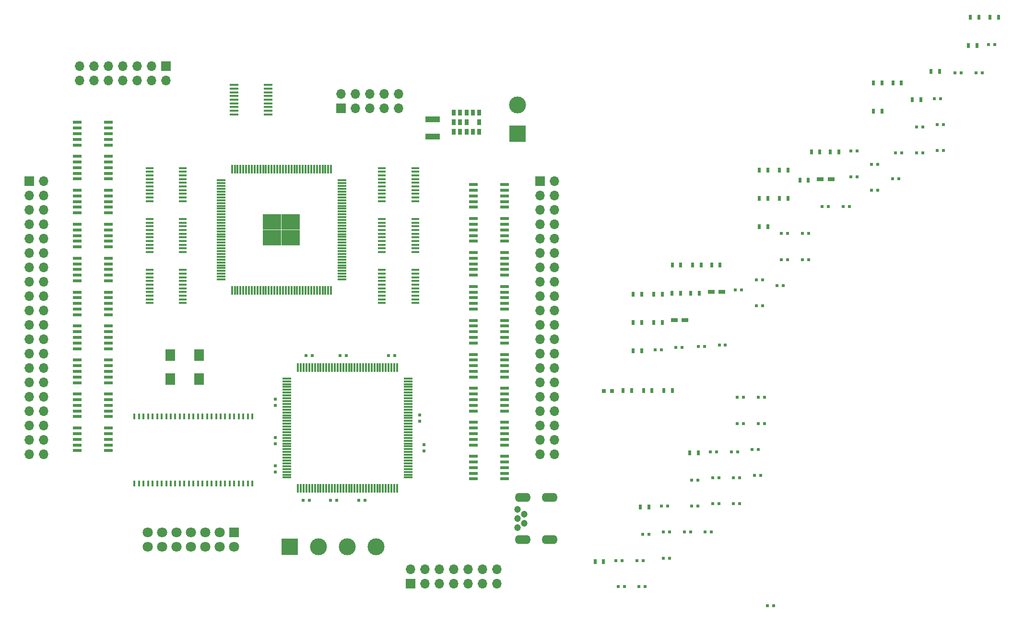
<source format=gtl>
G04 #@! TF.FileFunction,Copper,L1,Top,Signal*
%FSLAX46Y46*%
G04 Gerber Fmt 4.6, Leading zero omitted, Abs format (unit mm)*
G04 Created by KiCad (PCBNEW 4.0.7) date 12/04/17 00:21:40*
%MOMM*%
%LPD*%
G01*
G04 APERTURE LIST*
%ADD10C,0.100000*%
%ADD11R,1.800000X1.800000*%
%ADD12C,1.800000*%
%ADD13R,0.800000X0.750000*%
%ADD14R,2.500000X1.000000*%
%ADD15R,0.600000X0.500000*%
%ADD16R,0.500000X0.600000*%
%ADD17R,1.200000X0.750000*%
%ADD18R,3.000000X3.000000*%
%ADD19C,3.000000*%
%ADD20C,1.200000*%
%ADD21O,2.800000X1.600000*%
%ADD22R,1.700000X1.700000*%
%ADD23O,1.700000X1.700000*%
%ADD24R,1.800000X2.000000*%
%ADD25R,0.500000X0.900000*%
%ADD26R,0.700000X1.100000*%
%ADD27R,0.800000X1.100000*%
%ADD28R,0.300000X1.550000*%
%ADD29R,1.550000X0.300000*%
%ADD30R,0.400000X1.100000*%
%ADD31R,3.300000X2.800000*%
%ADD32R,1.450000X0.450000*%
%ADD33R,1.500000X0.500000*%
%ADD34R,1.500000X0.300000*%
G04 APERTURE END LIST*
D10*
D11*
X40000000Y-87460000D03*
D12*
X40000000Y-90000000D03*
X37460000Y-87460000D03*
X37460000Y-90000000D03*
X34920000Y-87460000D03*
X34920000Y-90000000D03*
X32380000Y-87460000D03*
X32380000Y-90000000D03*
X29840000Y-87460000D03*
X29840000Y-90000000D03*
X27300000Y-87460000D03*
X27300000Y-90000000D03*
X24760000Y-87460000D03*
X24760000Y-90000000D03*
D13*
X106725001Y-62445000D03*
X105225001Y-62445000D03*
D14*
X75000000Y-17500000D03*
X75000000Y-14500000D03*
D15*
X52150000Y-81750000D03*
X53250000Y-81750000D03*
X58050000Y-81750000D03*
X56950000Y-81750000D03*
X61950000Y-81750000D03*
X63050000Y-81750000D03*
D16*
X73500000Y-73050000D03*
X73500000Y-71950000D03*
X72750000Y-66700000D03*
X72750000Y-67800000D03*
D15*
X68300000Y-56250000D03*
X67200000Y-56250000D03*
X59800000Y-56250000D03*
X58700000Y-56250000D03*
X53800000Y-56250000D03*
X52700000Y-56250000D03*
D16*
X47250000Y-65050000D03*
X47250000Y-63950000D03*
X47250000Y-71800000D03*
X47250000Y-70700000D03*
X47250000Y-76800000D03*
X47250000Y-75700000D03*
D15*
X152502857Y-22435000D03*
X153602857Y-22435000D03*
D17*
X124205001Y-44975000D03*
X126105001Y-44975000D03*
X117665001Y-49975000D03*
X119565001Y-49975000D03*
X143475001Y-25035000D03*
X145375001Y-25035000D03*
D15*
X170912857Y-6245000D03*
X172012857Y-6245000D03*
X160432857Y-15795000D03*
X161532857Y-15795000D03*
X132152857Y-42835000D03*
X133252857Y-42835000D03*
X121932857Y-54585000D03*
X123032857Y-54585000D03*
X156752857Y-20385000D03*
X157852857Y-20385000D03*
X125612857Y-54385000D03*
X126712857Y-54385000D03*
X132152857Y-47425000D03*
X133252857Y-47425000D03*
X164112857Y-15385000D03*
X165212857Y-15385000D03*
X140282857Y-39235000D03*
X141382857Y-39235000D03*
X136602857Y-39235000D03*
X137702857Y-39235000D03*
X167232857Y-6245000D03*
X168332857Y-6245000D03*
X147462857Y-29855000D03*
X148562857Y-29855000D03*
X152502857Y-27025000D03*
X153602857Y-27025000D03*
X135832857Y-43825000D03*
X136932857Y-43825000D03*
X160432857Y-20385000D03*
X161532857Y-20385000D03*
X156182857Y-24975000D03*
X157282857Y-24975000D03*
X114292857Y-55195000D03*
X115392857Y-55195000D03*
X164112857Y-19975000D03*
X165212857Y-19975000D03*
X148822857Y-20055000D03*
X149922857Y-20055000D03*
X117972857Y-54795000D03*
X119072857Y-54795000D03*
X136602857Y-34645000D03*
X137702857Y-34645000D03*
X148822857Y-24645000D03*
X149922857Y-24645000D03*
X143782857Y-29855000D03*
X144882857Y-29855000D03*
X128472857Y-44585000D03*
X129572857Y-44585000D03*
X173142857Y-1245000D03*
X174242857Y-1245000D03*
X140282857Y-34645000D03*
X141382857Y-34645000D03*
X163552857Y-10795000D03*
X164652857Y-10795000D03*
X132472857Y-63615000D03*
X133572857Y-63615000D03*
X128792857Y-63615000D03*
X129892857Y-63615000D03*
X128142857Y-77805000D03*
X129242857Y-77805000D03*
X131822857Y-77385000D03*
X132922857Y-77385000D03*
X111442857Y-97005000D03*
X112542857Y-97005000D03*
X123132857Y-87395000D03*
X124232857Y-87395000D03*
X128142857Y-82395000D03*
X129242857Y-82395000D03*
X124462857Y-82395000D03*
X125562857Y-82395000D03*
X115772857Y-91995000D03*
X116872857Y-91995000D03*
X119452857Y-87395000D03*
X120552857Y-87395000D03*
X107762857Y-97005000D03*
X108862857Y-97005000D03*
X131442857Y-72795000D03*
X132542857Y-72795000D03*
X115772857Y-87405000D03*
X116872857Y-87405000D03*
X120782857Y-82805000D03*
X121882857Y-82805000D03*
X128792857Y-68205000D03*
X129892857Y-68205000D03*
X124462857Y-77805000D03*
X125562857Y-77805000D03*
X111062857Y-92415000D03*
X112162857Y-92415000D03*
X107382857Y-92415000D03*
X108482857Y-92415000D03*
X120782857Y-78215000D03*
X121882857Y-78215000D03*
X112092857Y-87815000D03*
X113192857Y-87815000D03*
X115392857Y-82815000D03*
X116492857Y-82815000D03*
X132472857Y-68205000D03*
X133572857Y-68205000D03*
X127762857Y-73215000D03*
X128862857Y-73215000D03*
X134082857Y-100415000D03*
X135182857Y-100415000D03*
X124082857Y-73215000D03*
X125182857Y-73215000D03*
D18*
X90000000Y-17000000D03*
D19*
X90000000Y-11920000D03*
X54840000Y-90000000D03*
X59920000Y-90000000D03*
D18*
X49760000Y-90000000D03*
D19*
X65000000Y-90000000D03*
D20*
X90000000Y-86600000D03*
X91200000Y-85800000D03*
X90000000Y-85000000D03*
X91200000Y-84200000D03*
X90000000Y-83400000D03*
D21*
X90900000Y-88700000D03*
X95650000Y-88700000D03*
X90900000Y-81300000D03*
X95650000Y-81300000D03*
D22*
X58840000Y-12540000D03*
D23*
X58840000Y-10000000D03*
X61380000Y-12540000D03*
X61380000Y-10000000D03*
X63920000Y-12540000D03*
X63920000Y-10000000D03*
X66460000Y-12540000D03*
X66460000Y-10000000D03*
X69000000Y-12540000D03*
X69000000Y-10000000D03*
D22*
X27940000Y-5080000D03*
D23*
X27940000Y-7620000D03*
X25400000Y-5080000D03*
X25400000Y-7620000D03*
X22860000Y-5080000D03*
X22860000Y-7620000D03*
X20320000Y-5080000D03*
X20320000Y-7620000D03*
X17780000Y-5080000D03*
X17780000Y-7620000D03*
X15240000Y-5080000D03*
X15240000Y-7620000D03*
X12700000Y-5080000D03*
X12700000Y-7620000D03*
D22*
X3810000Y-25400000D03*
D23*
X6350000Y-25400000D03*
X3810000Y-27940000D03*
X6350000Y-27940000D03*
X3810000Y-30480000D03*
X6350000Y-30480000D03*
X3810000Y-33020000D03*
X6350000Y-33020000D03*
X3810000Y-35560000D03*
X6350000Y-35560000D03*
X3810000Y-38100000D03*
X6350000Y-38100000D03*
X3810000Y-40640000D03*
X6350000Y-40640000D03*
X3810000Y-43180000D03*
X6350000Y-43180000D03*
X3810000Y-45720000D03*
X6350000Y-45720000D03*
X3810000Y-48260000D03*
X6350000Y-48260000D03*
X3810000Y-50800000D03*
X6350000Y-50800000D03*
X3810000Y-53340000D03*
X6350000Y-53340000D03*
X3810000Y-55880000D03*
X6350000Y-55880000D03*
X3810000Y-58420000D03*
X6350000Y-58420000D03*
X3810000Y-60960000D03*
X6350000Y-60960000D03*
X3810000Y-63500000D03*
X6350000Y-63500000D03*
X3810000Y-66040000D03*
X6350000Y-66040000D03*
X3810000Y-68580000D03*
X6350000Y-68580000D03*
X3810000Y-71120000D03*
X6350000Y-71120000D03*
X3810000Y-73660000D03*
X6350000Y-73660000D03*
D22*
X93980000Y-25400000D03*
D23*
X96520000Y-25400000D03*
X93980000Y-27940000D03*
X96520000Y-27940000D03*
X93980000Y-30480000D03*
X96520000Y-30480000D03*
X93980000Y-33020000D03*
X96520000Y-33020000D03*
X93980000Y-35560000D03*
X96520000Y-35560000D03*
X93980000Y-38100000D03*
X96520000Y-38100000D03*
X93980000Y-40640000D03*
X96520000Y-40640000D03*
X93980000Y-43180000D03*
X96520000Y-43180000D03*
X93980000Y-45720000D03*
X96520000Y-45720000D03*
X93980000Y-48260000D03*
X96520000Y-48260000D03*
X93980000Y-50800000D03*
X96520000Y-50800000D03*
X93980000Y-53340000D03*
X96520000Y-53340000D03*
X93980000Y-55880000D03*
X96520000Y-55880000D03*
X93980000Y-58420000D03*
X96520000Y-58420000D03*
X93980000Y-60960000D03*
X96520000Y-60960000D03*
X93980000Y-63500000D03*
X96520000Y-63500000D03*
X93980000Y-66040000D03*
X96520000Y-66040000D03*
X93980000Y-68580000D03*
X96520000Y-68580000D03*
X93980000Y-71120000D03*
X96520000Y-71120000D03*
X93980000Y-73660000D03*
X96520000Y-73660000D03*
D22*
X71120000Y-96520000D03*
D23*
X71120000Y-93980000D03*
X73660000Y-96520000D03*
X73660000Y-93980000D03*
X76200000Y-96520000D03*
X76200000Y-93980000D03*
X78740000Y-96520000D03*
X78740000Y-93980000D03*
X81280000Y-96520000D03*
X81280000Y-93980000D03*
X83820000Y-96520000D03*
X83820000Y-93980000D03*
X86360000Y-96520000D03*
X86360000Y-93980000D03*
D24*
X28710000Y-60350000D03*
X33790000Y-60350000D03*
X33790000Y-56150000D03*
X28710000Y-56150000D03*
D25*
X152825238Y-13025000D03*
X154325238Y-13025000D03*
X120585238Y-45175000D03*
X122085238Y-45175000D03*
X139855238Y-25235000D03*
X141355238Y-25235000D03*
X145227143Y-20235000D03*
X146727143Y-20235000D03*
X169625001Y-1425000D03*
X171125001Y-1425000D03*
X117315001Y-45175000D03*
X118815001Y-45175000D03*
X124267143Y-40175000D03*
X125767143Y-40175000D03*
X132675238Y-33425000D03*
X134175238Y-33425000D03*
X136265238Y-28425000D03*
X137765238Y-28425000D03*
X110455238Y-55375000D03*
X111955238Y-55375000D03*
X132675238Y-28425000D03*
X134175238Y-28425000D03*
X169945238Y3575000D03*
X171445238Y3575000D03*
X120915238Y-40175000D03*
X122415238Y-40175000D03*
X141875238Y-20235000D03*
X143375238Y-20235000D03*
X114045238Y-45375000D03*
X115545238Y-45375000D03*
X136265238Y-23425000D03*
X137765238Y-23425000D03*
X117325238Y-40175000D03*
X118825238Y-40175000D03*
X132675238Y-23425000D03*
X134175238Y-23425000D03*
X110455238Y-45375000D03*
X111955238Y-45375000D03*
X115825238Y-62395000D03*
X117325238Y-62395000D03*
X112235238Y-62395000D03*
X113735238Y-62395000D03*
X108645238Y-62395000D03*
X110145238Y-62395000D03*
X159715238Y-10975000D03*
X161215238Y-10975000D03*
X110455238Y-50375000D03*
X111955238Y-50375000D03*
X152825238Y-8025000D03*
X154325238Y-8025000D03*
X163025238Y-5975000D03*
X164525238Y-5975000D03*
X114045238Y-50375000D03*
X115545238Y-50375000D03*
X156272381Y-8025000D03*
X157772381Y-8025000D03*
X173392381Y3575000D03*
X174892381Y3575000D03*
X120392381Y-73395000D03*
X121892381Y-73395000D03*
X103692381Y-92595000D03*
X105192381Y-92595000D03*
X111702381Y-82995000D03*
X113202381Y-82995000D03*
D26*
X83250000Y-13300000D03*
X82150000Y-13300000D03*
D27*
X81000000Y-13300000D03*
D26*
X79850000Y-13300000D03*
X78750000Y-13300000D03*
X78750000Y-15000000D03*
X78750000Y-16700000D03*
X79850000Y-16700000D03*
D27*
X81000000Y-16700000D03*
D26*
X82150000Y-16700000D03*
X83250000Y-16700000D03*
X83250000Y-15000000D03*
D27*
X81000000Y-15000000D03*
D26*
X79850000Y-15000000D03*
D28*
X51250000Y-79700000D03*
X51750000Y-79700000D03*
X52250000Y-79700000D03*
X52750000Y-79700000D03*
X53250000Y-79700000D03*
X53750000Y-79700000D03*
X54250000Y-79700000D03*
X54750000Y-79700000D03*
X55250000Y-79700000D03*
X55750000Y-79700000D03*
X56250000Y-79700000D03*
X56750000Y-79700000D03*
X57250000Y-79700000D03*
X57750000Y-79700000D03*
X58250000Y-79700000D03*
X58750000Y-79700000D03*
X59250000Y-79700000D03*
X59750000Y-79700000D03*
X60250000Y-79700000D03*
X60750000Y-79700000D03*
X61250000Y-79700000D03*
X61750000Y-79700000D03*
X62250000Y-79700000D03*
X62750000Y-79700000D03*
X63250000Y-79700000D03*
X63750000Y-79700000D03*
X64250000Y-79700000D03*
X64750000Y-79700000D03*
X65250000Y-79700000D03*
X65750000Y-79700000D03*
X66250000Y-79700000D03*
X66750000Y-79700000D03*
X67250000Y-79700000D03*
X67750000Y-79700000D03*
X68250000Y-79700000D03*
X68750000Y-79700000D03*
D29*
X70700000Y-77750000D03*
X70700000Y-77250000D03*
X70700000Y-76750000D03*
X70700000Y-76250000D03*
X70700000Y-75750000D03*
X70700000Y-75250000D03*
X70700000Y-74750000D03*
X70700000Y-74250000D03*
X70700000Y-73750000D03*
X70700000Y-73250000D03*
X70700000Y-72750000D03*
X70700000Y-72250000D03*
X70700000Y-71750000D03*
X70700000Y-71250000D03*
X70700000Y-70750000D03*
X70700000Y-70250000D03*
X70700000Y-69750000D03*
X70700000Y-69250000D03*
X70700000Y-68750000D03*
X70700000Y-68250000D03*
X70700000Y-67750000D03*
X70700000Y-67250000D03*
X70700000Y-66750000D03*
X70700000Y-66250000D03*
X70700000Y-65750000D03*
X70700000Y-65250000D03*
X70700000Y-64750000D03*
X70700000Y-64250000D03*
X70700000Y-63750000D03*
X70700000Y-63250000D03*
X70700000Y-62750000D03*
X70700000Y-62250000D03*
X70700000Y-61750000D03*
X70700000Y-61250000D03*
X70700000Y-60750000D03*
X70700000Y-60250000D03*
D28*
X68750000Y-58300000D03*
X68250000Y-58300000D03*
X67750000Y-58300000D03*
X67250000Y-58300000D03*
X66750000Y-58300000D03*
X66250000Y-58300000D03*
X65750000Y-58300000D03*
X65250000Y-58300000D03*
X64750000Y-58300000D03*
X64250000Y-58300000D03*
X63750000Y-58300000D03*
X63250000Y-58300000D03*
X62750000Y-58300000D03*
X62250000Y-58300000D03*
X61750000Y-58300000D03*
X61250000Y-58300000D03*
X60750000Y-58300000D03*
X60250000Y-58300000D03*
X59750000Y-58300000D03*
X59250000Y-58300000D03*
X58750000Y-58300000D03*
X58250000Y-58300000D03*
X57750000Y-58300000D03*
X57250000Y-58300000D03*
X56750000Y-58300000D03*
X56250000Y-58300000D03*
X55750000Y-58300000D03*
X55250000Y-58300000D03*
X54750000Y-58300000D03*
X54250000Y-58300000D03*
X53750000Y-58300000D03*
X53250000Y-58300000D03*
X52750000Y-58300000D03*
X52250000Y-58300000D03*
X51750000Y-58300000D03*
X51250000Y-58300000D03*
D29*
X49300000Y-60250000D03*
X49300000Y-60750000D03*
X49300000Y-61250000D03*
X49300000Y-61750000D03*
X49300000Y-62250000D03*
X49300000Y-62750000D03*
X49300000Y-63250000D03*
X49300000Y-63750000D03*
X49300000Y-64250000D03*
X49300000Y-64750000D03*
X49300000Y-65250000D03*
X49300000Y-65750000D03*
X49300000Y-66250000D03*
X49300000Y-66750000D03*
X49300000Y-67250000D03*
X49300000Y-67750000D03*
X49300000Y-68250000D03*
X49300000Y-68750000D03*
X49300000Y-69250000D03*
X49300000Y-69750000D03*
X49300000Y-70250000D03*
X49300000Y-70750000D03*
X49300000Y-71250000D03*
X49300000Y-71750000D03*
X49300000Y-72250000D03*
X49300000Y-72750000D03*
X49300000Y-73250000D03*
X49300000Y-73750000D03*
X49300000Y-74250000D03*
X49300000Y-74750000D03*
X49300000Y-75250000D03*
X49300000Y-75750000D03*
X49300000Y-76250000D03*
X49300000Y-76750000D03*
X49300000Y-77250000D03*
X49300000Y-77750000D03*
D30*
X22400000Y-78800000D03*
X23200000Y-78800000D03*
X24000000Y-78800000D03*
X24800000Y-78800000D03*
X25600000Y-78800000D03*
X26400000Y-78800000D03*
X27200000Y-78800000D03*
X28000000Y-78800000D03*
X28800000Y-78800000D03*
X29600000Y-78800000D03*
X30400000Y-78800000D03*
X31200000Y-78800000D03*
X32000000Y-78800000D03*
X32800000Y-78800000D03*
X33600000Y-78800000D03*
X34400000Y-78800000D03*
X35200000Y-78800000D03*
X36000000Y-78800000D03*
X36800000Y-78800000D03*
X37600000Y-78800000D03*
X38400000Y-78800000D03*
X39200000Y-78800000D03*
X40000000Y-78800000D03*
X40800000Y-78800000D03*
X41600000Y-78800000D03*
X42400000Y-78800000D03*
X43200000Y-78800000D03*
X43200000Y-67000000D03*
X42400000Y-67000000D03*
X41600000Y-67000000D03*
X40800000Y-67000000D03*
X40000000Y-67000000D03*
X39200000Y-67000000D03*
X38400000Y-67000000D03*
X37600000Y-67000000D03*
X36800000Y-67000000D03*
X36000000Y-67000000D03*
X35200000Y-67000000D03*
X34400000Y-67000000D03*
X33600000Y-67000000D03*
X32800000Y-67000000D03*
X32000000Y-67000000D03*
X31200000Y-67000000D03*
X30400000Y-67000000D03*
X29600000Y-67000000D03*
X28800000Y-67000000D03*
X28000000Y-67000000D03*
X27200000Y-67000000D03*
X26400000Y-67000000D03*
X25600000Y-67000000D03*
X24800000Y-67000000D03*
X24000000Y-67000000D03*
X23200000Y-67000000D03*
X22400000Y-67000000D03*
D29*
X37650000Y-25250000D03*
X37650000Y-25750000D03*
X37650000Y-26250000D03*
X37650000Y-26750000D03*
X37650000Y-27250000D03*
X37650000Y-27750000D03*
X37650000Y-28250000D03*
X37650000Y-28750000D03*
X37650000Y-29250000D03*
X37650000Y-29750000D03*
X37650000Y-30250000D03*
X37650000Y-30750000D03*
X37650000Y-31250000D03*
X37650000Y-31750000D03*
X37650000Y-32250000D03*
X37650000Y-32750000D03*
X37650000Y-33250000D03*
X37650000Y-33750000D03*
X37650000Y-34250000D03*
X37650000Y-34750000D03*
X37650000Y-35250000D03*
X37650000Y-35750000D03*
X37650000Y-36250000D03*
X37650000Y-36750000D03*
X37650000Y-37250000D03*
X37650000Y-37750000D03*
X37650000Y-38250000D03*
X37650000Y-38750000D03*
X37650000Y-39250000D03*
X37650000Y-39750000D03*
X37650000Y-40250000D03*
X37650000Y-40750000D03*
X37650000Y-41250000D03*
X37650000Y-41750000D03*
X37650000Y-42250000D03*
X37650000Y-42750000D03*
D28*
X39600000Y-44700000D03*
X40100000Y-44700000D03*
X40600000Y-44700000D03*
X41100000Y-44700000D03*
X41600000Y-44700000D03*
X42100000Y-44700000D03*
X42600000Y-44700000D03*
X43100000Y-44700000D03*
X43600000Y-44700000D03*
X44100000Y-44700000D03*
X44600000Y-44700000D03*
X45100000Y-44700000D03*
X45600000Y-44700000D03*
X46100000Y-44700000D03*
X46600000Y-44700000D03*
X47100000Y-44700000D03*
X47600000Y-44700000D03*
X48100000Y-44700000D03*
X48600000Y-44700000D03*
X49100000Y-44700000D03*
X49600000Y-44700000D03*
X50100000Y-44700000D03*
X50600000Y-44700000D03*
X51100000Y-44700000D03*
X51600000Y-44700000D03*
X52100000Y-44700000D03*
X52600000Y-44700000D03*
X53100000Y-44700000D03*
X53600000Y-44700000D03*
X54100000Y-44700000D03*
X54600000Y-44700000D03*
X55100000Y-44700000D03*
X55600000Y-44700000D03*
X56100000Y-44700000D03*
X56600000Y-44700000D03*
X57100000Y-44700000D03*
D29*
X59050000Y-42750000D03*
X59050000Y-42250000D03*
X59050000Y-41750000D03*
X59050000Y-41250000D03*
X59050000Y-40750000D03*
X59050000Y-40250000D03*
X59050000Y-39750000D03*
X59050000Y-39250000D03*
X59050000Y-38750000D03*
X59050000Y-38250000D03*
X59050000Y-37750000D03*
X59050000Y-37250000D03*
X59050000Y-36750000D03*
X59050000Y-36250000D03*
X59050000Y-35750000D03*
X59050000Y-35250000D03*
X59050000Y-34750000D03*
X59050000Y-34250000D03*
X59050000Y-33750000D03*
X59050000Y-33250000D03*
X59050000Y-32750000D03*
X59050000Y-32250000D03*
X59050000Y-31750000D03*
X59050000Y-31250000D03*
X59050000Y-30750000D03*
X59050000Y-30250000D03*
X59050000Y-29750000D03*
X59050000Y-29250000D03*
X59050000Y-28750000D03*
X59050000Y-28250000D03*
X59050000Y-27750000D03*
X59050000Y-27250000D03*
X59050000Y-26750000D03*
X59050000Y-26250000D03*
X59050000Y-25750000D03*
X59050000Y-25250000D03*
D28*
X57100000Y-23300000D03*
X56600000Y-23300000D03*
X56100000Y-23300000D03*
X55600000Y-23300000D03*
X55100000Y-23300000D03*
X54600000Y-23300000D03*
X54100000Y-23300000D03*
X53600000Y-23300000D03*
X53100000Y-23300000D03*
X52600000Y-23300000D03*
X52100000Y-23300000D03*
X51600000Y-23300000D03*
X51100000Y-23300000D03*
X50600000Y-23300000D03*
X50100000Y-23300000D03*
X49600000Y-23300000D03*
X49100000Y-23300000D03*
X48600000Y-23300000D03*
X48100000Y-23300000D03*
X47600000Y-23300000D03*
X47100000Y-23300000D03*
X46600000Y-23300000D03*
X46100000Y-23300000D03*
X45600000Y-23300000D03*
X45100000Y-23300000D03*
X44600000Y-23300000D03*
X44100000Y-23300000D03*
X43600000Y-23300000D03*
X43100000Y-23300000D03*
X42600000Y-23300000D03*
X42100000Y-23300000D03*
X41600000Y-23300000D03*
X41100000Y-23300000D03*
X40600000Y-23300000D03*
X40100000Y-23300000D03*
X39600000Y-23300000D03*
D31*
X46700000Y-32600000D03*
X50000000Y-32600000D03*
X46700000Y-35400000D03*
X50000000Y-35400000D03*
D32*
X30950000Y-46925000D03*
X30950000Y-46275000D03*
X30950000Y-45625000D03*
X30950000Y-44975000D03*
X30950000Y-44325000D03*
X30950000Y-43675000D03*
X30950000Y-43025000D03*
X30950000Y-42375000D03*
X30950000Y-41725000D03*
X30950000Y-41075000D03*
X25050000Y-41075000D03*
X25050000Y-41725000D03*
X25050000Y-42375000D03*
X25050000Y-43025000D03*
X25050000Y-43675000D03*
X25050000Y-44325000D03*
X25050000Y-44975000D03*
X25050000Y-45625000D03*
X25050000Y-46275000D03*
X25050000Y-46925000D03*
X30950000Y-37925000D03*
X30950000Y-37275000D03*
X30950000Y-36625000D03*
X30950000Y-35975000D03*
X30950000Y-35325000D03*
X30950000Y-34675000D03*
X30950000Y-34025000D03*
X30950000Y-33375000D03*
X30950000Y-32725000D03*
X30950000Y-32075000D03*
X25050000Y-32075000D03*
X25050000Y-32725000D03*
X25050000Y-33375000D03*
X25050000Y-34025000D03*
X25050000Y-34675000D03*
X25050000Y-35325000D03*
X25050000Y-35975000D03*
X25050000Y-36625000D03*
X25050000Y-37275000D03*
X25050000Y-37925000D03*
X30950000Y-28925000D03*
X30950000Y-28275000D03*
X30950000Y-27625000D03*
X30950000Y-26975000D03*
X30950000Y-26325000D03*
X30950000Y-25675000D03*
X30950000Y-25025000D03*
X30950000Y-24375000D03*
X30950000Y-23725000D03*
X30950000Y-23075000D03*
X25050000Y-23075000D03*
X25050000Y-23725000D03*
X25050000Y-24375000D03*
X25050000Y-25025000D03*
X25050000Y-25675000D03*
X25050000Y-26325000D03*
X25050000Y-26975000D03*
X25050000Y-27625000D03*
X25050000Y-28275000D03*
X25050000Y-28925000D03*
D33*
X17750000Y-19000000D03*
X17750000Y-18000000D03*
X17750000Y-17000000D03*
X17750000Y-16000000D03*
X17750000Y-15000000D03*
X12250000Y-15000000D03*
X12250000Y-16000000D03*
X12250000Y-17000000D03*
X12250000Y-18000000D03*
X12250000Y-19000000D03*
X17750000Y-25000000D03*
X17750000Y-24000000D03*
X17750000Y-23000000D03*
X17750000Y-22000000D03*
X17750000Y-21000000D03*
X12250000Y-21000000D03*
X12250000Y-22000000D03*
X12250000Y-23000000D03*
X12250000Y-24000000D03*
X12250000Y-25000000D03*
X17750000Y-31000000D03*
X17750000Y-30000000D03*
X17750000Y-29000000D03*
X17750000Y-28000000D03*
X17750000Y-27000000D03*
X12250000Y-27000000D03*
X12250000Y-28000000D03*
X12250000Y-29000000D03*
X12250000Y-30000000D03*
X12250000Y-31000000D03*
X17750000Y-37000000D03*
X17750000Y-36000000D03*
X17750000Y-35000000D03*
X17750000Y-34000000D03*
X17750000Y-33000000D03*
X12250000Y-33000000D03*
X12250000Y-34000000D03*
X12250000Y-35000000D03*
X12250000Y-36000000D03*
X12250000Y-37000000D03*
X17750000Y-43000000D03*
X17750000Y-42000000D03*
X17750000Y-41000000D03*
X17750000Y-40000000D03*
X17750000Y-39000000D03*
X12250000Y-39000000D03*
X12250000Y-40000000D03*
X12250000Y-41000000D03*
X12250000Y-42000000D03*
X12250000Y-43000000D03*
X17750000Y-49000000D03*
X17750000Y-48000000D03*
X17750000Y-47000000D03*
X17750000Y-46000000D03*
X17750000Y-45000000D03*
X12250000Y-45000000D03*
X12250000Y-46000000D03*
X12250000Y-47000000D03*
X12250000Y-48000000D03*
X12250000Y-49000000D03*
X17750000Y-55000000D03*
X17750000Y-54000000D03*
X17750000Y-53000000D03*
X17750000Y-52000000D03*
X17750000Y-51000000D03*
X12250000Y-51000000D03*
X12250000Y-52000000D03*
X12250000Y-53000000D03*
X12250000Y-54000000D03*
X12250000Y-55000000D03*
X17750000Y-61000000D03*
X17750000Y-60000000D03*
X17750000Y-59000000D03*
X17750000Y-58000000D03*
X17750000Y-57000000D03*
X12250000Y-57000000D03*
X12250000Y-58000000D03*
X12250000Y-59000000D03*
X12250000Y-60000000D03*
X12250000Y-61000000D03*
X17750000Y-67000000D03*
X17750000Y-66000000D03*
X17750000Y-65000000D03*
X17750000Y-64000000D03*
X17750000Y-63000000D03*
X12250000Y-63000000D03*
X12250000Y-64000000D03*
X12250000Y-65000000D03*
X12250000Y-66000000D03*
X12250000Y-67000000D03*
X17750000Y-73000000D03*
X17750000Y-72000000D03*
X17750000Y-71000000D03*
X17750000Y-70000000D03*
X17750000Y-69000000D03*
X12250000Y-69000000D03*
X12250000Y-70000000D03*
X12250000Y-71000000D03*
X12250000Y-72000000D03*
X12250000Y-73000000D03*
D34*
X46000000Y-13600000D03*
X46000000Y-12950000D03*
X46000000Y-12300000D03*
X46000000Y-11650000D03*
X46000000Y-11000000D03*
X46000000Y-10350000D03*
X46000000Y-9700000D03*
X46000000Y-9050000D03*
X46000000Y-8400000D03*
X40000000Y-8400000D03*
X40000000Y-9050000D03*
X40000000Y-9700000D03*
X40000000Y-10350000D03*
X40000000Y-11000000D03*
X40000000Y-11650000D03*
X40000000Y-12300000D03*
X40000000Y-12950000D03*
X40000000Y-13600000D03*
D32*
X66050000Y-23075000D03*
X66050000Y-23725000D03*
X66050000Y-24375000D03*
X66050000Y-25025000D03*
X66050000Y-25675000D03*
X66050000Y-26325000D03*
X66050000Y-26975000D03*
X66050000Y-27625000D03*
X66050000Y-28275000D03*
X66050000Y-28925000D03*
X71950000Y-28925000D03*
X71950000Y-28275000D03*
X71950000Y-27625000D03*
X71950000Y-26975000D03*
X71950000Y-26325000D03*
X71950000Y-25675000D03*
X71950000Y-25025000D03*
X71950000Y-24375000D03*
X71950000Y-23725000D03*
X71950000Y-23075000D03*
X66050000Y-32075000D03*
X66050000Y-32725000D03*
X66050000Y-33375000D03*
X66050000Y-34025000D03*
X66050000Y-34675000D03*
X66050000Y-35325000D03*
X66050000Y-35975000D03*
X66050000Y-36625000D03*
X66050000Y-37275000D03*
X66050000Y-37925000D03*
X71950000Y-37925000D03*
X71950000Y-37275000D03*
X71950000Y-36625000D03*
X71950000Y-35975000D03*
X71950000Y-35325000D03*
X71950000Y-34675000D03*
X71950000Y-34025000D03*
X71950000Y-33375000D03*
X71950000Y-32725000D03*
X71950000Y-32075000D03*
X66050000Y-41075000D03*
X66050000Y-41725000D03*
X66050000Y-42375000D03*
X66050000Y-43025000D03*
X66050000Y-43675000D03*
X66050000Y-44325000D03*
X66050000Y-44975000D03*
X66050000Y-45625000D03*
X66050000Y-46275000D03*
X66050000Y-46925000D03*
X71950000Y-46925000D03*
X71950000Y-46275000D03*
X71950000Y-45625000D03*
X71950000Y-44975000D03*
X71950000Y-44325000D03*
X71950000Y-43675000D03*
X71950000Y-43025000D03*
X71950000Y-42375000D03*
X71950000Y-41725000D03*
X71950000Y-41075000D03*
D33*
X82250000Y-26000000D03*
X82250000Y-27000000D03*
X82250000Y-28000000D03*
X82250000Y-29000000D03*
X82250000Y-30000000D03*
X87750000Y-30000000D03*
X87750000Y-29000000D03*
X87750000Y-28000000D03*
X87750000Y-27000000D03*
X87750000Y-26000000D03*
X82250000Y-32000000D03*
X82250000Y-33000000D03*
X82250000Y-34000000D03*
X82250000Y-35000000D03*
X82250000Y-36000000D03*
X87750000Y-36000000D03*
X87750000Y-35000000D03*
X87750000Y-34000000D03*
X87750000Y-33000000D03*
X87750000Y-32000000D03*
X82250000Y-38000000D03*
X82250000Y-39000000D03*
X82250000Y-40000000D03*
X82250000Y-41000000D03*
X82250000Y-42000000D03*
X87750000Y-42000000D03*
X87750000Y-41000000D03*
X87750000Y-40000000D03*
X87750000Y-39000000D03*
X87750000Y-38000000D03*
X82250000Y-44000000D03*
X82250000Y-45000000D03*
X82250000Y-46000000D03*
X82250000Y-47000000D03*
X82250000Y-48000000D03*
X87750000Y-48000000D03*
X87750000Y-47000000D03*
X87750000Y-46000000D03*
X87750000Y-45000000D03*
X87750000Y-44000000D03*
X82250000Y-50000000D03*
X82250000Y-51000000D03*
X82250000Y-52000000D03*
X82250000Y-53000000D03*
X82250000Y-54000000D03*
X87750000Y-54000000D03*
X87750000Y-53000000D03*
X87750000Y-52000000D03*
X87750000Y-51000000D03*
X87750000Y-50000000D03*
X82250000Y-56000000D03*
X82250000Y-57000000D03*
X82250000Y-58000000D03*
X82250000Y-59000000D03*
X82250000Y-60000000D03*
X87750000Y-60000000D03*
X87750000Y-59000000D03*
X87750000Y-58000000D03*
X87750000Y-57000000D03*
X87750000Y-56000000D03*
X82250000Y-62000000D03*
X82250000Y-63000000D03*
X82250000Y-64000000D03*
X82250000Y-65000000D03*
X82250000Y-66000000D03*
X87750000Y-66000000D03*
X87750000Y-65000000D03*
X87750000Y-64000000D03*
X87750000Y-63000000D03*
X87750000Y-62000000D03*
X82250000Y-68000000D03*
X82250000Y-69000000D03*
X82250000Y-70000000D03*
X82250000Y-71000000D03*
X82250000Y-72000000D03*
X87750000Y-72000000D03*
X87750000Y-71000000D03*
X87750000Y-70000000D03*
X87750000Y-69000000D03*
X87750000Y-68000000D03*
X82250000Y-74000000D03*
X82250000Y-75000000D03*
X82250000Y-76000000D03*
X82250000Y-77000000D03*
X82250000Y-78000000D03*
X87750000Y-78000000D03*
X87750000Y-77000000D03*
X87750000Y-76000000D03*
X87750000Y-75000000D03*
X87750000Y-74000000D03*
M02*

</source>
